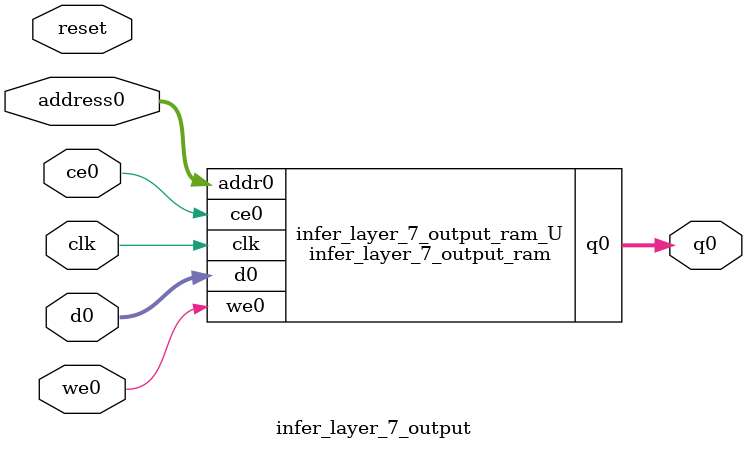
<source format=v>
`timescale 1 ns / 1 ps
module infer_layer_7_output_ram (addr0, ce0, d0, we0, q0,  clk);

parameter DWIDTH = 32;
parameter AWIDTH = 10;
parameter MEM_SIZE = 800;

input[AWIDTH-1:0] addr0;
input ce0;
input[DWIDTH-1:0] d0;
input we0;
output reg[DWIDTH-1:0] q0;
input clk;

reg [DWIDTH-1:0] ram[0:MEM_SIZE-1];




always @(posedge clk)  
begin 
    if (ce0) begin
        if (we0) 
            ram[addr0] <= d0; 
        q0 <= ram[addr0];
    end
end


endmodule

`timescale 1 ns / 1 ps
module infer_layer_7_output(
    reset,
    clk,
    address0,
    ce0,
    we0,
    d0,
    q0);

parameter DataWidth = 32'd32;
parameter AddressRange = 32'd800;
parameter AddressWidth = 32'd10;
input reset;
input clk;
input[AddressWidth - 1:0] address0;
input ce0;
input we0;
input[DataWidth - 1:0] d0;
output[DataWidth - 1:0] q0;



infer_layer_7_output_ram infer_layer_7_output_ram_U(
    .clk( clk ),
    .addr0( address0 ),
    .ce0( ce0 ),
    .we0( we0 ),
    .d0( d0 ),
    .q0( q0 ));

endmodule


</source>
